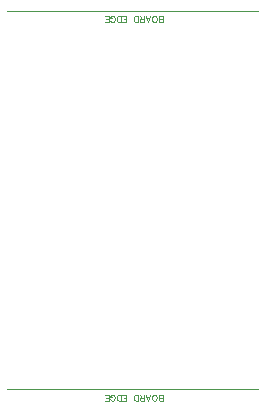
<source format=gbr>
G04 DipTrace 3.3.1.3*
G04 TopAssy.gbr*
%MOIN*%
G04 #@! TF.FileFunction,Drawing,Top*
G04 #@! TF.Part,Single*
%ADD10C,0.004724*%
%ADD75C,0.003088*%
%FSLAX26Y26*%
G04*
G70*
G90*
G75*
G01*
G04 TopAssy*
%LPD*%
X2613075Y2816419D2*
D10*
X1775280D1*
X2613075Y1553919D2*
X1775280D1*
X2293588Y2778120D2*
D75*
Y2798216D1*
X2284966D1*
X2282092Y2797243D1*
X2281141Y2796293D1*
X2280191Y2794391D1*
Y2791517D1*
X2281141Y2789594D1*
X2282092Y2788643D1*
X2284966Y2787693D1*
X2282092Y2786720D1*
X2281141Y2785769D1*
X2280191Y2783868D1*
Y2781945D1*
X2281141Y2780043D1*
X2282092Y2779071D1*
X2284966Y2778120D1*
X2293588D1*
Y2787693D2*
X2284966D1*
X2268267Y2778120D2*
X2270190Y2779071D1*
X2272092Y2780994D1*
X2273064Y2782895D1*
X2274015Y2785769D1*
Y2790567D1*
X2273064Y2793419D1*
X2272092Y2795342D1*
X2270190Y2797243D1*
X2268267Y2798216D1*
X2264442D1*
X2262541Y2797243D1*
X2260618Y2795342D1*
X2259667Y2793419D1*
X2258716Y2790567D1*
Y2785769D1*
X2259667Y2782895D1*
X2260618Y2780994D1*
X2262541Y2779071D1*
X2264442Y2778120D1*
X2268267D1*
X2237220Y2798216D2*
X2244891Y2778120D1*
X2252541Y2798216D1*
X2249667Y2791517D2*
X2240094D1*
X2231044Y2787693D2*
X2222444D1*
X2219570Y2786720D1*
X2218598Y2785769D1*
X2217647Y2783868D1*
Y2781945D1*
X2218598Y2780043D1*
X2219570Y2779071D1*
X2222444Y2778120D1*
X2231044D1*
Y2798216D1*
X2224346Y2787693D2*
X2217647Y2798216D1*
X2211471Y2778120D2*
Y2798216D1*
X2204773D1*
X2201899Y2797243D1*
X2199975Y2795342D1*
X2199025Y2793419D1*
X2198074Y2790567D1*
Y2785769D1*
X2199025Y2782895D1*
X2199975Y2780994D1*
X2201899Y2779071D1*
X2204773Y2778120D1*
X2211471D1*
X2160033D2*
X2172458D1*
Y2798216D1*
X2160033D1*
X2172458Y2787693D2*
X2164809D1*
X2153858Y2778120D2*
Y2798216D1*
X2147159D1*
X2144285Y2797243D1*
X2142362Y2795342D1*
X2141411Y2793419D1*
X2140460Y2790567D1*
Y2785769D1*
X2141411Y2782895D1*
X2142362Y2780994D1*
X2144285Y2779071D1*
X2147159Y2778120D1*
X2153858D1*
X2119937Y2782895D2*
X2120887Y2780994D1*
X2122811Y2779071D1*
X2124712Y2778120D1*
X2128537D1*
X2130460Y2779071D1*
X2132361Y2780994D1*
X2133334Y2782895D1*
X2134285Y2785769D1*
Y2790567D1*
X2133334Y2793419D1*
X2132361Y2795342D1*
X2130460Y2797243D1*
X2128537Y2798216D1*
X2124712D1*
X2122811Y2797243D1*
X2120887Y2795342D1*
X2119937Y2793419D1*
Y2790567D1*
X2124712D1*
X2101336Y2778120D2*
X2113761D1*
Y2798216D1*
X2101336D1*
X2113761Y2787693D2*
X2106112D1*
X2293588Y1515620D2*
Y1535716D1*
X2284966D1*
X2282092Y1534743D1*
X2281141Y1533793D1*
X2280191Y1531891D1*
Y1529017D1*
X2281141Y1527094D1*
X2282092Y1526143D1*
X2284966Y1525193D1*
X2282092Y1524220D1*
X2281141Y1523269D1*
X2280191Y1521368D1*
Y1519445D1*
X2281141Y1517543D1*
X2282092Y1516571D1*
X2284966Y1515620D1*
X2293588D1*
Y1525193D2*
X2284966D1*
X2268267Y1515620D2*
X2270190Y1516571D1*
X2272092Y1518494D1*
X2273064Y1520395D1*
X2274015Y1523269D1*
Y1528067D1*
X2273064Y1530919D1*
X2272092Y1532842D1*
X2270190Y1534743D1*
X2268267Y1535716D1*
X2264442D1*
X2262541Y1534743D1*
X2260618Y1532842D1*
X2259667Y1530919D1*
X2258716Y1528067D1*
Y1523269D1*
X2259667Y1520395D1*
X2260618Y1518494D1*
X2262541Y1516571D1*
X2264442Y1515620D1*
X2268267D1*
X2237220Y1535716D2*
X2244891Y1515620D1*
X2252541Y1535716D1*
X2249667Y1529017D2*
X2240094D1*
X2231044Y1525193D2*
X2222444D1*
X2219570Y1524220D1*
X2218598Y1523269D1*
X2217647Y1521368D1*
Y1519445D1*
X2218598Y1517543D1*
X2219570Y1516571D1*
X2222444Y1515620D1*
X2231044D1*
Y1535716D1*
X2224346Y1525193D2*
X2217647Y1535716D1*
X2211471Y1515620D2*
Y1535716D1*
X2204773D1*
X2201899Y1534743D1*
X2199975Y1532842D1*
X2199025Y1530919D1*
X2198074Y1528067D1*
Y1523269D1*
X2199025Y1520395D1*
X2199975Y1518494D1*
X2201899Y1516571D1*
X2204773Y1515620D1*
X2211471D1*
X2160033D2*
X2172458D1*
Y1535716D1*
X2160033D1*
X2172458Y1525193D2*
X2164809D1*
X2153858Y1515620D2*
Y1535716D1*
X2147159D1*
X2144285Y1534743D1*
X2142362Y1532842D1*
X2141411Y1530919D1*
X2140460Y1528067D1*
Y1523269D1*
X2141411Y1520395D1*
X2142362Y1518494D1*
X2144285Y1516571D1*
X2147159Y1515620D1*
X2153858D1*
X2119937Y1520395D2*
X2120887Y1518494D1*
X2122811Y1516571D1*
X2124712Y1515620D1*
X2128537D1*
X2130460Y1516571D1*
X2132361Y1518494D1*
X2133334Y1520395D1*
X2134285Y1523269D1*
Y1528067D1*
X2133334Y1530919D1*
X2132361Y1532842D1*
X2130460Y1534743D1*
X2128537Y1535716D1*
X2124712D1*
X2122811Y1534743D1*
X2120887Y1532842D1*
X2119937Y1530919D1*
Y1528067D1*
X2124712D1*
X2101336Y1515620D2*
X2113761D1*
Y1535716D1*
X2101336D1*
X2113761Y1525193D2*
X2106112D1*
M02*

</source>
